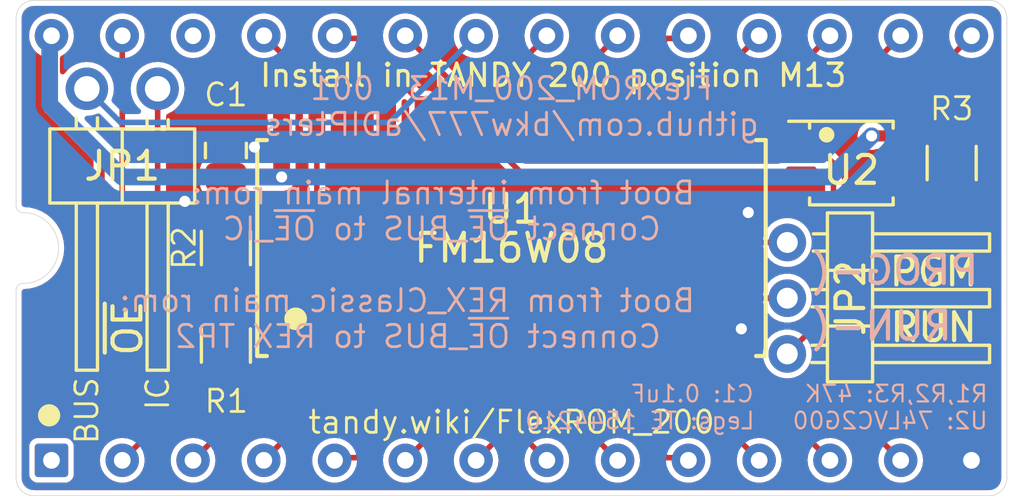
<source format=kicad_pcb>
(kicad_pcb (version 20211014) (generator pcbnew)
  (title_block (title "FlexROM_200_M13") (date "2022-11-15") (rev "001") (company "Brian K. White - b.kenyon.w@gmail.com") (comment 2 "github.com/bkw777/aDIPters"))
  (layers (0 "F.Cu" signal) (31 "B.Cu" signal) (34 "B.Paste" user) (35 "F.Paste" user) (36 "B.SilkS" user "B.Silkscreen") (37 "F.SilkS" user "F.Silkscreen") (38 "B.Mask" user) (39 "F.Mask" user) (44 "Edge.Cuts" user))
  (net 0 "")
  (net 1 "/D3")
  (net 2 "/A12")
  (net 3 "/D4")
  (net 4 "/A7")
  (net 5 "/D5")
  (net 6 "/A6")
  (net 7 "/D6")
  (net 8 "/A5")
  (net 9 "/D7")
  (net 10 "/A4")
  (net 11 "/A3")
  (net 12 "/A10")
  (net 13 "/A2")
  (net 14 "/~{OE}")
  (net 15 "/A1")
  (net 16 "/A11")
  (net 17 "/A0")
  (net 18 "/A9")
  (net 19 "/D0")
  (net 20 "/A8")
  (net 21 "/D1")
  (net 22 "/D2")
  (net 23 "/~{OE0}")
  (net 24 "/~{WE}")
  (net 25 "GND")
  (net 26 "VCC")
  (net 27 "/~{OE0}_bus")
  (net 28 "/OE1")
  (net 29 "/~{CS}")
  (net 30 "Net-(U2-Pad6)")
  (net 33 "/OE1{slash}~{WE}")
  (footprint "000_LOCAL:DIP28_0.6_pcb" (layer "F.Cu") (at 127 101.6 90)
    (fp_text reference "J1" hide)
    (fp_text value "HN61364_TANDY_200_M13")
    (fp_line (start -8.255 -17.78) (end -1.524 -17.78) (layer "Edge.Cuts") (width 0.0254))
    (fp_line (start 8.89 17.145) (end 8.89 -17.145) (layer "Edge.Cuts") (width 0.0254))
    (fp_line (start 1.524 -17.78) (end 8.255 -17.78) (layer "Edge.Cuts") (width 0.0254))
    (fp_line (start -8.255 17.78) (end 8.255 17.78) (layer "Edge.Cuts") (width 0.0254))
    (fp_line (start -8.89 -17.145) (end -8.89 17.145) (layer "Edge.Cuts") (width 0.0254))
    (fp_arc (start 1.27 -17.526) (mid 1.344395 -17.705605) (end 1.524 -17.78) (layer "Edge.Cuts") (width 0.0254))
    (fp_arc (start 8.89 17.145) (mid 8.704013 17.594013) (end 8.255 17.78) (layer "Edge.Cuts") (width 0.0254))
    (fp_arc (start -8.89 -17.145) (mid -8.704013 -17.594013) (end -8.255 -17.78) (layer "Edge.Cuts") (width 0.0254))
    (fp_arc (start -8.255 17.78) (mid -8.704013 17.594013) (end -8.89 17.145) (layer "Edge.Cuts") (width 0.0254))
    (fp_arc (start -1.524 -17.78) (mid -1.344395 -17.705605) (end -1.27 -17.526) (layer "Edge.Cuts") (width 0.0254))
    (fp_arc (start 1.27 -17.526) (mid 0 -16.256) (end -1.27 -17.526) (layer "Edge.Cuts") (width 0.0254))
    (fp_arc (start 8.255 -17.78) (mid 8.704013 -17.594013) (end 8.89 -17.145) (layer "Edge.Cuts") (width 0.0254))
    (pad "1" thru_hole roundrect (at -7.62 -16.51 90) (size 1.2 1.2) (drill 0.6) (layers *.Cu *.Mask) (roundrect_rratio 0.1))
    (pad "2" thru_hole circle (at -7.62 -13.97 90) (size 1.2 1.2) (drill 0.6) (layers *.Cu *.Mask) (net 2 "/A12"))
    (pad "3" thru_hole circle (at -7.62 -11.43 90) (size 1.2 1.2) (drill 0.6) (layers *.Cu *.Mask) (net 4 "/A7"))
    (pad "4" thru_hole circle (at -7.62 -8.89 90) (size 1.2 1.2) (drill 0.6) (layers *.Cu *.Mask) (net 6 "/A6"))
    (pad "5" thru_hole circle (at -7.62 -6.35 90) (size 1.2 1.2) (drill 0.6) (layers *.Cu *.Mask) (net 8 "/A5"))
    (pad "6" thru_hole circle (at -7.62 -3.81 90) (size 1.2 1.2) (drill 0.6) (layers *.Cu *.Mask) (net 10 "/A4"))
    (pad "7" thru_hole circle (at -7.62 -1.27 90) (size 1.2 1.2) (drill 0.6) (layers *.Cu *.Mask) (net 11 "/A3"))
    (pad "8" thru_hole circle (at -7.62 1.27 90) (size 1.2 1.2) (drill 0.6) (layers *.Cu *.Mask) (net 13 "/A2"))
    (pad "9" thru_hole circle (at -7.62 3.81 90) (size 1.2 1.2) (drill 0.6) (layers *.Cu *.Mask) (net 15 "/A1"))
    (pad "10" thru_hole circle (at -7.62 6.35 90) (size 1.2 1.2) (drill 0.6) (layers *.Cu *.Mask) (net 17 "/A0"))
    (pad "11" thru_hole circle (at -7.62 8.89 90) (size 1.2 1.2) (drill 0.6) (layers *.Cu *.Mask) (net 19 "/D0"))
    (pad "12" thru_hole circle (at -7.62 11.43 90) (size 1.2 1.2) (drill 0.6) (layers *.Cu *.Mask) (net 21 "/D1"))
    (pad "13" thru_hole circle (at -7.62 13.97 90) (size 1.2 1.2) (drill 0.6) (layers *.Cu *.Mask) (net 22 "/D2"))
    (pad "14" thru_hole circle (at -7.62 16.51 90) (size 1.2 1.2) (drill 0.6) (layers *.Cu *.Mask) (net 25 "GND"))
    (pad "15" thru_hole circle (at 7.62 16.51 90) (size 1.2 1.2) (drill 0.6) (layers *.Cu *.Mask) (net 1 "/D3"))
    (pad "16" thru_hole circle (at 7.62 13.97 90) (size 1.2 1.2) (drill 0.6) (layers *.Cu *.Mask) (net 3 "/D4"))
    (pad "17" thru_hole circle (at 7.62 11.43 90) (size 1.2 1.2) (drill 0.6) (layers *.Cu *.Mask) (net 5 "/D5"))
    (pad "18" thru_hole circle (at 7.62 8.89 90) (size 1.2 1.2) (drill 0.6) (layers *.Cu *.Mask) (net 7 "/D6"))
    (pad "19" thru_hole circle (at 7.62 6.35 90) (size 1.2 1.2) (drill 0.6) (layers *.Cu *.Mask) (net 9 "/D7"))
    (pad "20" thru_hole circle (at 7.62 3.81 90) (size 1.2 1.2) (drill 0.6) (layers *.Cu *.Mask) (net 29 "/~{CS}"))
    (pad "21" thru_hole circle (at 7.62 1.27 90) (size 1.2 1.2) (drill 0.6) (layers *.Cu *.Mask) (net 12 "/A10"))
    (pad "22" thru_hole circle (at 7.62 -1.27 90) (size 1.2 1.2) (drill 0.6) (layers *.Cu *.Mask) (net 27 "/~{OE0}_bus"))
    (pad "23" thru_hole circle (at 7.62 -3.81 90) (size 1.2 1.2) (drill 0.6) (layers *.Cu *.Mask) (net 16 "/A11"))
    (pad "24" thru_hole circle (at 7.62 -6.35 90) (size 1.2 1.2) (drill 0.6) (layers *.Cu *.Mask) (net 18 "/A9"))
    (pad "25" thru_hole circle (at 7.62 -8.89 90) (size 1.2 1.2) (drill 0.6) (layers *.Cu *.Mask) (net 20 "/A8"))
    (pad "26" thru_hole circle (at 7.62 -11.43 90) (size 1.2 1.2) (drill 0.6) (layers *.Cu *.Mask))
    (pad "27" thru_hole circle (at 7.62 -13.97 90) (size 1.2 1.2) (drill 0.6) (layers *.Cu *.Mask) (net 33 "/OE1{slash}~{WE}"))
    (pad "28" thru_hole circle (at 7.62 -16.51 90) (size 1.2 1.2) (drill 0.6) (layers *.Cu *.Mask) (net 26 "VCC"))
  )
  (footprint "000_LOCAL:R_0805" (layer "F.Cu") (at 116.75 105.1 -90)
    (fp_text reference "R1" (at 2 -0.015 unlocked) (layer "F.SilkS") (effects (font (size 0.8 0.8) (thickness 0.1))))
    (fp_text value "47K")
    (fp_line (start 0.6 0.88) (end -0.6 0.88) (layer "F.SilkS") (width 0.12))
    (fp_line (start -0.6 -0.88) (end 0.6 -0.88) (layer "F.SilkS") (width 0.12))
    (pad "1" smd roundrect locked (at -0.95 0 270) (size 0.7 1.3) (layers "F.Cu" "F.Paste" "F.Mask") (roundrect_rratio 0.1) (net 23 "/~{OE0}"))
    (pad "2" smd roundrect locked (at 0.95 0 270) (size 0.7 1.3) (layers "F.Cu" "F.Paste" "F.Mask") (roundrect_rratio 0.1) (net 26 "VCC"))
  )
  (footprint "000_LOCAL:R_0805" (layer "F.Cu") (at 116.75 101.6 -90)
    (fp_text reference "R2" (at 0 1.5 90 unlocked) (layer "F.SilkS") (effects (font (size 0.8 0.8) (thickness 0.1))))
    (fp_text value "47K" hide)
    (fp_line (start 0.6 0.88) (end -0.6 0.88) (layer "F.SilkS") (width 0.12))
    (fp_line (start -0.6 -0.88) (end 0.6 -0.88) (layer "F.SilkS") (width 0.12))
    (pad "1" smd roundrect locked (at -0.95 0 270) (size 0.7 1.3) (layers "F.Cu" "F.Paste" "F.Mask") (roundrect_rratio 0.1) (net 26 "VCC"))
    (pad "2" smd roundrect locked (at 0.95 0 270) (size 0.7 1.3) (layers "F.Cu" "F.Paste" "F.Mask") (roundrect_rratio 0.1) (net 24 "/~{WE}"))
  )
  (footprint "000_LOCAL:SOIC28W" (layer "F.Cu") (at 127 101.6 90)
    (fp_text reference "U1" (at 1.4 0) (layer "F.SilkS"))
    (fp_text value "FM16W08" (at -0.0003 -0.0002) (layer "F.SilkS"))
    (fp_line (start 3.875 9.125) (end 3.875 8.78) (layer "F.SilkS") (width 0.15))
    (fp_line (start -3.875 -9.125) (end 3.875 -9.125) (layer "F.SilkS") (width 0.15))
    (fp_line (start -3.875 9.125) (end 3.875 9.125) (layer "F.SilkS") (width 0.15))
    (fp_line (start -3.875 9.125) (end -3.875 8.78) (layer "F.SilkS") (width 0.15))
    (fp_line (start -3.875 -9.125) (end -3.875 -8.78) (layer "F.SilkS") (width 0.15))
    (fp_line (start 3.875 -9.125) (end 3.875 -8.78) (layer "F.SilkS") (width 0.15))
    (fp_circle (center -2.54 -7.747) (end -2.3368 -7.747) (layer "F.SilkS") (width 0.4064) (fill none))
    (pad "1" smd roundrect locked (at -4.7 -8.255 90) (size 1.5 0.6) (layers "F.Cu" "F.Paste" "F.Mask") (net 25 "GND"))
    (pad "2" smd roundrect locked (at -4.7 -6.985 90) (size 1.5 0.6) (layers "F.Cu" "F.Paste" "F.Mask") (net 2 "/A12"))
    (pad "3" smd roundrect locked (at -4.7 -5.715 90) (size 1.5 0.6) (layers "F.Cu" "F.Paste" "F.Mask") (net 4 "/A7"))
    (pad "4" smd roundrect locked (at -4.7 -4.445 90) (size 1.5 0.6) (layers "F.Cu" "F.Paste" "F.Mask") (net 6 "/A6"))
    (pad "5" smd roundrect locked (at -4.7 -3.175 90) (size 1.5 0.6) (layers "F.Cu" "F.Paste" "F.Mask") (net 8 "/A5"))
    (pad "6" smd roundrect locked (at -4.7 -1.905 90) (size 1.5 0.6) (layers "F.Cu" "F.Paste" "F.Mask") (net 10 "/A4"))
    (pad "7" smd roundrect locked (at -4.7 -0.635 90) (size 1.5 0.6) (layers "F.Cu" "F.Paste" "F.Mask") (net 11 "/A3"))
    (pad "8" smd roundrect locked (at -4.7 0.635 90) (size 1.5 0.6) (layers "F.Cu" "F.Paste" "F.Mask") (net 13 "/A2"))
    (pad "9" smd roundrect locked (at -4.7 1.905 90) (size 1.5 0.6) (layers "F.Cu" "F.Paste" "F.Mask") (net 15 "/A1"))
    (pad "10" smd roundrect locked (at -4.7 3.175 90) (size 1.5 0.6) (layers "F.Cu" "F.Paste" "F.Mask") (net 17 "/A0"))
    (pad "11" smd roundrect locked (at -4.7 4.445 90) (size 1.5 0.6) (layers "F.Cu" "F.Paste" "F.Mask") (net 19 "/D0"))
    (pad "12" smd roundrect locked (at -4.7 5.715 90) (size 1.5 0.6) (layers "F.Cu" "F.Paste" "F.Mask") (net 21 "/D1"))
    (pad "13" smd roundrect locked (at -4.7 6.985 90) (size 1.5 0.6) (layers "F.Cu" "F.Paste" "F.Mask") (net 22 "/D2"))
    (pad "14" smd roundrect locked (at -4.7 8.255 90) (size 1.5 0.6) (layers "F.Cu" "F.Paste" "F.Mask") (net 25 "GND"))
    (pad "15" smd roundrect locked (at 4.7 8.255 90) (size 1.5 0.6) (layers "F.Cu" "F.Paste" "F.Mask") (net 1 "/D3"))
    (pad "16" smd roundrect locked (at 4.7 6.985 90) (size 1.5 0.6) (layers "F.Cu" "F.Paste" "F.Mask") (net 3 "/D4"))
    (pad "17" smd roundrect locked (at 4.7 5.715 90) (size 1.5 0.6) (layers "F.Cu" "F.Paste" "F.Mask") (net 5 "/D5"))
    (pad "18" smd roundrect locked (at 4.7 4.445 90) (size 1.5 0.6) (layers "F.Cu" "F.Paste" "F.Mask") (net 7 "/D6"))
    (pad "19" smd roundrect locked (at 4.7 3.175 90) (size 1.5 0.6) (layers "F.Cu" "F.Paste" "F.Mask") (net 9 "/D7"))
    (pad "20" smd roundrect locked (at 4.7 1.905 90) (size 1.5 0.6) (layers "F.Cu" "F.Paste" "F.Mask") (net 29 "/~{CS}"))
    (pad "21" smd roundrect locked (at 4.7 0.635 90) (size 1.5 0.6) (layers "F.Cu" "F.Paste" "F.Mask") (net 12 "/A10"))
    (pad "22" smd roundrect locked (at 4.7 -0.635 90) (size 1.5 0.6) (layers "F.Cu" "F.Paste" "F.Mask") (net 14 "/~{OE}"))
    (pad "23" smd roundrect locked (at 4.7 -1.905 90) (size 1.5 0.6) (layers "F.Cu" "F.Paste" "F.Mask") (net 16 "/A11"))
    (pad "24" smd roundrect locked (at 4.7 -3.175 90) (size 1.5 0.6) (layers "F.Cu" "F.Paste" "F.Mask") (net 18 "/A9"))
    (pad "25" smd roundrect locked (at 4.7 -4.445 90) (size 1.5 0.6) (layers "F.Cu" "F.Paste" "F.Mask") (net 20 "/A8"))
    (pad "26" smd roundrect locked (at 4.7 -5.715 90) (size 1.5 0.6) (layers "F.Cu" "F.Paste" "F.Mask") (net 25 "GND"))
    (pad "27" smd roundrect locked (at 4.7 -6.985 90) (size 1.5 0.6) (layers "F.Cu" "F.Paste" "F.Mask") (net 24 "/~{WE}"))
    (pad "28" smd roundrect locked (at 4.7 -8.255 90) (size 1.5 0.6) (layers "F.Cu" "F.Paste" "F.Mask") (net 26 "VCC"))
  )
  (footprint "000_LOCAL:R_0805" (layer "F.Cu") (at 142.8 98.55 90)
    (fp_text reference "R3" (at 1.95 0) (layer "F.SilkS") (effects (font (size 0.8 0.8) (thickness 0.1))))
    (fp_text value "47K")
    (fp_line (start -0.6 -0.88) (end 0.6 -0.88) (layer "F.SilkS") (width 0.12))
    (fp_line (start 0.6 0.88) (end -0.6 0.88) (layer "F.SilkS") (width 0.12))
    (pad "1" smd roundrect locked (at -0.95 0 90) (size 0.7 1.3) (layers "F.Cu" "F.Paste" "F.Mask") (roundrect_rratio 0.1) (net 28 "/OE1"))
    (pad "2" smd roundrect locked (at 0.95 0 90) (size 0.7 1.3) (layers "F.Cu" "F.Paste" "F.Mask") (roundrect_rratio 0.1) (net 26 "VCC"))
  )
  (footprint "000_LOCAL:SSOP-8_2.95x2.8x0.65" (layer "F.Cu") (at 139.2 98.55)
    (fp_text reference "U2" (at 0 0.254) (layer "F.SilkS"))
    (fp_text value "74LVC2G00")
    (fp_line (start -1.5 -1.25) (end -1.5 -1.5) (layer "F.SilkS") (width 0.12))
    (fp_line (start 1.5 -1.5) (end -2.25 -1.5) (layer "F.SilkS") (width 0.12))
    (fp_line (start 1.5 1.5) (end -1.5 1.5) (layer "F.SilkS") (width 0.12))
    (fp_line (start 1.5 -1.25) (end 1.5 -1.5) (layer "F.SilkS") (width 0.12))
    (fp_line (start 1.5 1.5) (end 1.5 1.25) (layer "F.SilkS") (width 0.12))
    (fp_line (start -1.5 1.5) (end -1.5 1.25) (layer "F.SilkS") (width 0.12))
    (fp_circle (center -0.889 -1.016) (end -0.709395 -1.016) (layer "F.SilkS") (width 0.2) (fill solid))
    (pad "1" smd roundrect (at -1.8 -0.975 270) (size 0.4 1.1) (layers "F.Cu" "F.Paste" "F.Mask") (net 23 "/~{OE0}"))
    (pad "2" smd roundrect (at -1.8 -0.325 270) (size 0.4 1.1) (layers "F.Cu" "F.Paste" "F.Mask") (net 23 "/~{OE0}"))
    (pad "3" smd roundrect (at -1.8 0.325 270) (size 0.4 1.1) (layers "F.Cu" "F.Paste" "F.Mask") (net 14 "/~{OE}"))
    (pad "4" smd roundrect (at -1.8 0.975 270) (size 0.4 1.1) (layers "F.Cu" "F.Paste" "F.Mask") (net 25 "GND"))
    (pad "5" smd roundrect (at 1.8 0.975 270) (size 0.4 1.1) (layers "F.Cu" "F.Paste" "F.Mask") (net 28 "/OE1"))
    (pad "6" smd roundrect (at 1.8 0.325 270) (size 0.4 1.1) (layers "F.Cu" "F.Paste" "F.Mask") (net 30 "Net-(U2-Pad6)"))
    (pad "7" smd roundrect (at 1.8 -0.325 270) (size 0.4 1.1) (layers "F.Cu" "F.Paste" "F.Mask") (net 30 "Net-(U2-Pad6)"))
    (pad "8" smd roundrect (at 1.8 -0.975 270) (size 0.4 1.1) (layers "F.Cu" "F.Paste" "F.Mask") (net 26 "VCC"))
  )
  (footprint "000_LOCAL:C_0805" (layer "F.Cu") (at 116.75 98.1 90)
    (fp_text reference "C1" (at 2 0) (layer "F.SilkS") (effects (font (size 0.8 0.8) (thickness 0.1))))
    (fp_text value "0.1uF")
    (fp_line (start -0.261252 0.735) (end 0.261252 0.735) (layer "F.SilkS") (width 0.12))
    (fp_line (start -0.261252 -0.735) (end 0.261252 -0.735) (layer "F.SilkS") (width 0.12))
    (pad "1" smd roundrect (at -0.95 0 90) (size 1 1.45) (layers "F.Cu" "F.Paste" "F.Mask") (net 26 "VCC"))
    (pad "2" smd roundrect (at 0.95 0 90) (size 1 1.45) (layers "F.Cu" "F.Paste" "F.Mask") (net 25 "GND"))
  )
  (footprint "000_LOCAL:Pin_Header_Angled_1x02_Pitch2.54mm" (layer "F.Cu") (at 114.3 95.885 -90)
    (fp_text reference "JP1" (at 2.77 1.27) (layer "F.SilkS"))
    (fp_text value "Jumper_2_bridged")
    (fp_line (start 1.44 3.87) (end 4.1 3.87) (layer "F.SilkS") (width 0.12))
    (fp_line (start 4.1 -1.33) (end 1.44 -1.33) (layer "F.SilkS") (width 0.12))
    (fp_line (start 4.1 3.87) (end 4.1 -1.33) (layer "F.SilkS") (width 0.12))
    (fp_line (start 10.1 2.92) (end 4.1 2.92) (layer "F.SilkS") (width 0.12))
    (fp_line (start 10.1 -0.38) (end 10.1 0.38) (layer "F.SilkS") (width 0.12))
    (fp_line (start 1.11 0.38) (end 1.44 0.38) (layer "F.SilkS") (width 0.12))
    (fp_line (start 10.1 2.16) (end 10.1 2.92) (layer "F.SilkS") (width 0.12))
    (fp_line (start 1.042929 2.16) (end 1.44 2.16) (layer "F.SilkS") (width 0.12))
    (fp_line (start 1.11 -0.38) (end 1.44 -0.38) (layer "F.SilkS") (width 0.12))
    (fp_line (start 1.44 -1.33) (end 1.44 3.87) (layer "F.SilkS") (width 0.12))
    (fp_line (start 4.1 2.16) (end 10.1 2.16) (layer "F.SilkS") (width 0.12))
    (fp_line (start 4.1 -0.38) (end 10.1 -0.38) (layer "F.SilkS") (width 0.12))
    (fp_line (start 10.1 0.38) (end 4.1 0.38) (layer "F.SilkS") (width 0.12))
    (fp_line (start 1.44 1.27) (end 4.1 1.27) (layer "F.SilkS") (width 0.12))
    (fp_line (start 1.042929 2.92) (end 1.44 2.92) (layer "F.SilkS") (width 0.12))
    (pad "1" thru_hole circle locked (at 0 0 270) (size 1.524 1.524) (drill 0.9144) (layers *.Cu *.Mask) (net 23 "/~{OE0}"))
    (pad "2" thru_hole circle locked (at 0 2.54 270) (size 1.524 1.524) (drill 0.9144) (layers *.Cu *.Mask) (net 27 "/~{OE0}_bus"))
  )
  (footprint "000_LOCAL:PinHeader_1x03_P2.00mm_Horizontal" (layer "F.Cu") (at 136.9 101.4)
    (fp_text reference "JP2" (at 2.272 1.995 90) (layer "F.SilkS"))
    (fp_text value "Jumper_3_Bridged23" hide)
    (fp_line (start 0.882114 3.69) (end 1.44 3.69) (layer "F.SilkS") (width 0.12))
    (fp_line (start 0.935 -0.31) (end 1.44 -0.31) (layer "F.SilkS") (width 0.12))
    (fp_line (start 0.882114 4.31) (end 1.44 4.31) (layer "F.SilkS") (width 0.12))
    (fp_line (start 7.26 0.31) (end 3.06 0.31) (layer "F.SilkS") (width 0.12))
    (fp_line (start 3.06 5) (end 3.06 -1.06) (layer "F.SilkS") (width 0.12))
    (fp_line (start 7.26 1.69) (end 7.26 2.31) (layer "F.SilkS") (width 0.12))
    (fp_line (start 0.882114 1.69) (end 1.44 1.69) (layer "F.SilkS") (width 0.12))
    (fp_line (start 1.44 -1.06) (end 1.44 5) (layer "F.SilkS") (width 0.12))
    (fp_line (start 3.06 -1.06) (end 1.44 -1.06) (layer "F.SilkS") (width 0.12))
    (fp_line (start 3.06 -0.31) (end 7.26 -0.31) (layer "F.SilkS") (width 0.12))
    (fp_line (start 1.44 5) (end 3.06 5) (layer "F.SilkS") (width 0.12))
    (fp_line (start 7.26 4.31) (end 3.06 4.31) (layer "F.SilkS") (width 0.12))
    (fp_line (start 3.06 3.69) (end 7.26 3.69) (layer "F.SilkS") (width 0.12))
    (fp_line (start 0.882114 2.31) (end 1.44 2.31) (layer "F.SilkS") (width 0.12))
    (fp_line (start 7.26 2.31) (end 3.06 2.31) (layer "F.SilkS") (width 0.12))
    (fp_line (start 7.26 3.69) (end 7.26 4.31) (layer "F.SilkS") (width 0.12))
    (fp_line (start 1.44 1) (end 3.06 1) (layer "F.SilkS") (width 0.12))
    (fp_line (start 1.44 3) (end 3.06 3) (layer "F.SilkS") (width 0.12))
    (fp_line (start 3.06 1.69) (end 7.26 1.69) (layer "F.SilkS") (width 0.12))
    (fp_line (start 7.26 -0.31) (end 7.26 0.31) (layer "F.SilkS") (width 0.12))
    (fp_line (start 0.935 0.31) (end 1.44 0.31) (layer "F.SilkS") (width 0.12))
    (pad "1" thru_hole circle (at 0 0) (size 1.35 1.35) (drill 0.75) (layers *.Cu *.Mask) (net 24 "/~{WE}"))
    (pad "2" thru_hole circle (at 0 2) (size 1.35 1.35) (drill 0.75) (layers *.Cu *.Mask) (net 33 "/OE1{slash}~{WE}"))
    (pad "3" thru_hole circle (at 0 4) (size 1.35 1.35) (drill 0.75) (layers *.Cu *.Mask) (net 28 "/OE1"))
  )
  (gr_circle (center 110.405 107.605) (end 110.405 107.405) (layer "F.SilkS") (width 0.4) (fill none))
  (gr_text "R1,R2,R3: ${00000000-0000-0000-0000-00005f9fca43:VALUE}    C1: ${9745923e-b3f3-4f78-9da8-cbeee6cd8cf3:VALUE}\nU2: ${7d0efb14-35d7-40aa-96f5-408b9024bd0a:VALUE}   Legs: TE 1544210" (at 144.145 107.315) (layer "B.SilkS") (effects (font (size 0.6 0.6) (thickness 0.08)) (justify left mirror)))
  (gr_text "PROG-(" (at 137.7 102.4) (layer "B.SilkS") (effects (font (size 1 1)) (justify right mirror)))
  (gr_text "${TITLE}  ${REVISION}\n${COMMENT2}" (at 127 96.52) (layer "B.SilkS") (effects (font (size 0.8 0.8) (thickness 0.1)) (justify mirror)))
  (gr_text "RUN-(" (at 137.7 104.4) (layer "B.SilkS") (effects (font (size 1 1)) (justify right mirror)))
  (gr_text "Boot from internal main rom:\n  Connect ~{OE}_BUS to ~{OE}_IC\n\nBoot from REX_Classic main rom:\n  Connect ~{OE}_BUS to REX TP2" (at 133.65 102.2) (layer "B.SilkS") (effects (font (size 0.8 0.8) (thickness 0.1)) (justify left mirror)))
  (gr_text "tandy.wiki/FlexROM_200" (at 127 107.85) (layer "F.SilkS") (effects (font (size 0.8 0.8) (thickness 0.1))))
  (gr_text "~{OE}" (at 113.225 104.475 90) (layer "F.SilkS") (effects (font (size 1 1))))
  (gr_text "Install in TANDY 200 position M13" (at 128.5 95.4) (layer "F.SilkS") (effects (font (size 0.8 0.8) (thickness 0.12))))
  (gr_text "BUS" (at 111.76 106.172 90) (layer "F.SilkS") (effects (font (size 0.8 0.8) (thickness 0.1)) (justify right)))
  (gr_text "PGM" (at 142.15 102.45) (layer "F.SilkS") (effects (font (size 1 1))))
  (gr_text "IC" (at 114.3 106.172 90) (layer "F.SilkS") (effects (font (size 0.8 0.8) (thickness 0.1)) (justify right)))
  (gr_text "RUN" (at 142.15 104.45) (layer "F.SilkS") (effects (font (size 1 1))))
  (segment (start 143.515 93.985) (end 141.2086 96.2914) (width 0.2) (layer "F.Cu") (net 1))
  (segment (start 135.26 96.2914) (end 135.26 96.905) (width 0.2) (layer "F.Cu") (net 1))
  (segment (start 141.2086 96.2914) (end 135.26 96.2914) (width 0.2) (layer "F.Cu") (net 1))
  (segment (start 120.015 106.3) (end 120.015 106.7435) (width 0.2) (layer "F.Cu") (net 2))
  (segment (start 120.015 106.7435) (end 119.38 107.3785) (width 0.2) (layer "F.Cu") (net 2))
  (segment (start 119.38 107.3785) (end 114.8715 107.3785) (width 0.2) (layer "F.Cu") (net 2))
  (segment (start 114.8715 107.3785) (end 113.03 109.22) (width 0.2) (layer "F.Cu") (net 2))
  (segment (start 134.62 95.8215) (end 139.1385 95.8215) (width 0.2) (layer "F.Cu") (net 3))
  (segment (start 133.99 96.4515) (end 134.62 95.8215) (width 0.2) (layer "F.Cu") (net 3))
  (segment (start 139.1385 95.8215) (end 140.975 93.985) (width 0.2) (layer "F.Cu") (net 3))
  (segment (start 133.99 96.905) (end 133.99 96.4515) (width 0.2) (layer "F.Cu") (net 3))
  (segment (start 116.967 107.823) (end 115.57 109.22) (width 0.2) (layer "F.Cu") (net 4))
  (segment (start 121.285 106.7435) (end 120.2055 107.823) (width 0.2) (layer "F.Cu") (net 4))
  (segment (start 121.285 106.3) (end 121.285 106.7435) (width 0.2) (layer "F.Cu") (net 4))
  (segment (start 120.2055 107.823) (end 116.967 107.823) (width 0.2) (layer "F.Cu") (net 4))
  (segment (start 132.715 96.4565) (end 133.7945 95.377) (width 0.2) (layer "F.Cu") (net 5))
  (segment (start 137.033 95.377) (end 138.43 93.98) (width 0.2) (layer "F.Cu") (net 5))
  (segment (start 132.715 96.9) (end 132.715 96.4565) (width 0.2) (layer "F.Cu") (net 5))
  (segment (start 133.7945 95.377) (end 137.033 95.377) (width 0.2) (layer "F.Cu") (net 5))
  (segment (start 121.031 108.2675) (end 119.0625 108.2675) (width 0.2) (layer "F.Cu") (net 6))
  (segment (start 122.555 106.7435) (end 121.031 108.2675) (width 0.2) (layer "F.Cu") (net 6))
  (segment (start 122.555 106.3) (end 122.555 106.7435) (width 0.2) (layer "F.Cu") (net 6))
  (segment (start 119.0625 108.2675) (end 118.11 109.22) (width 0.2) (layer "F.Cu") (net 6))
  (segment (start 132.969 94.9325) (end 131.45 96.4515) (width 0.2) (layer "F.Cu") (net 7))
  (segment (start 135.89 93.98) (end 134.9375 94.9325) (width 0.2) (layer "F.Cu") (net 7))
  (segment (start 131.45 96.4515) (end 131.45 96.905) (width 0.2) (layer "F.Cu") (net 7))
  (segment (start 134.9375 94.9325) (end 132.969 94.9325) (width 0.2) (layer "F.Cu") (net 7))
  (segment (start 120.65 109.22) (end 120.745 109.125) (width 0.2) (layer "F.Cu") (net 8))
  (segment (start 121.4435 109.125) (end 123.83 106.7385) (width 0.2) (layer "F.Cu") (net 8))
  (segment (start 123.83 106.7385) (end 123.83 106.305) (width 0.2) (layer "F.Cu") (net 8))
  (segment (start 120.745 109.125) (end 121.4435 109.125) (width 0.2) (layer "F.Cu") (net 8))
  (segment (start 132.5692 94.075) (end 133.255 94.075) (width 0.2) (layer "F.Cu") (net 9))
  (segment (start 130.175 96.4692) (end 132.5692 94.075) (width 0.2) (layer "F.Cu") (net 9))
  (segment (start 130.175 96.9) (end 130.175 96.4692) (width 0.2) (layer "F.Cu") (net 9))
  (segment (start 133.255 94.075) (end 133.35 93.98) (width 0.2) (layer "F.Cu") (net 9))
  (segment (start 125.095 107.315) (end 125.095 106.3) (width 0.2) (layer "F.Cu") (net 10))
  (segment (start 123.19 109.22) (end 125.095 107.315) (width 0.2) (layer "F.Cu") (net 10))
  (segment (start 126.365 108.585) (end 126.365 106.3) (width 0.2) (layer "F.Cu") (net 11))
  (segment (start 125.73 109.22) (end 126.365 108.585) (width 0.2) (layer "F.Cu") (net 11))
  (segment (start 127.64 94.62) (end 128.275 93.985) (width 0.2) (layer "F.Cu") (net 12))
  (segment (start 127.64 96.905) (end 127.64 94.62) (width 0.2) (layer "F.Cu") (net 12))
  (segment (start 127.64 106.305) (end 127.64 108.59) (width 0.2) (layer "F.Cu") (net 13))
  (segment (start 127.64 108.59) (end 128.275 109.225) (width 0.2) (layer "F.Cu") (net 13))
  (segment (start 127.325 98.875) (end 126.365 97.915) (width 0.2) (layer "F.Cu") (net 14))
  (segment (start 126.365 97.915) (end 126.365 96.9) (width 0.2) (layer "F.Cu") (net 14))
  (segment (start 137.4 98.875) (end 127.325 98.875) (width 0.2) (layer "F.Cu") (net 14))
  (segment (start 128.905 106.3) (end 128.905 107.315) (width 0.2) (layer "F.Cu") (net 15))
  (segment (start 128.905 107.315) (end 130.815 109.225) (width 0.2) (layer "F.Cu") (net 15))
  (segment (start 125.1 96.905) (end 125.1 95.89) (width 0.2) (layer "F.Cu") (net 16))
  (segment (start 125.1 95.89) (end 123.195 93.985) (width 0.2) (layer "F.Cu") (net 16))
  (segment (start 133.255 109.125) (end 133.35 109.22) (width 0.2) (layer "F.Cu") (net 17))
  (segment (start 130.18 106.305) (end 130.18 106.7485) (width 0.2) (layer "F.Cu") (net 17))
  (segment (start 130.18 106.7485) (end 132.5565 109.125) (width 0.2) (layer "F.Cu") (net 17))
  (segment (start 132.5565 109.125) (end 133.255 109.125) (width 0.2) (layer "F.Cu") (net 17))
  (segment (start 123.825 96.4565) (end 123.825 96.9) (width 0.2) (layer "F.Cu") (net 18))
  (segment (start 120.655 93.985) (end 120.745 94.075) (width 0.2) (layer "F.Cu") (net 18))
  (segment (start 120.745 94.075) (end 121.4435 94.075) (width 0.2) (layer "F.Cu") (net 18))
  (segment (start 121.4435 94.075) (end 123.825 96.4565) (width 0.2) (layer "F.Cu") (net 18))
  (segment (start 134.9375 108.2675) (end 135.895 109.225) (width 0.2) (layer "F.Cu") (net 19))
  (segment (start 131.445 106.3) (end 131.445 106.745) (width 0.2) (layer "F.Cu") (net 19))
  (segment (start 132.9675 108.2675) (end 134.9375 108.2675) (width 0.2) (layer "F.Cu") (net 19))
  (segment (start 131.445 106.745) (end 132.9675 108.2675) (width 0.2) (layer "F.Cu") (net 19))
  (segment (start 122.56 96.905) (end 122.56 96.4615) (width 0.2) (layer "F.Cu") (net 20))
  (segment (start 119.253 95.123) (end 118.115 93.985) (width 0.2) (layer "F.Cu") (net 20))
  (segment (start 121.2215 95.123) (end 119.253 95.123) (width 0.2) (layer "F.Cu") (net 20))
  (segment (start 122.56 96.4615) (end 121.2215 95.123) (width 0.2) (layer "F.Cu") (net 20))
  (segment (start 132.715 106.3) (end 132.715 106.7435) (width 0.2) (layer "F.Cu") (net 21))
  (segment (start 137.033 107.823) (end 138.43 109.22) (width 0.2) (layer "F.Cu") (net 21))
  (segment (start 132.715 106.7435) (end 133.7945 107.823) (width 0.2) (layer "F.Cu") (net 21))
  (segment (start 133.7945 107.823) (end 137.033 107.823) (width 0.2) (layer "F.Cu") (net 21))
  (segment (start 133.99 106.305) (end 133.99 106.7485) (width 0.2) (layer "F.Cu") (net 22))
  (segment (start 133.99 106.7485) (end 134.62 107.3785) (width 0.2) (layer "F.Cu") (net 22))
  (segment (start 139.1285 107.3785) (end 140.975 109.225) (width 0.2) (layer "F.Cu") (net 22))
  (segment (start 134.62 107.3785) (end 139.1285 107.3785) (width 0.2) (layer "F.Cu") (net 22))
  (segment (start 117.7 104.15) (end 119.45 102.4) (width 0.2) (layer "F.Cu") (net 23))
  (segment (start 137.4 98.225) (end 137.4 97.575) (width 0.2) (layer "F.Cu") (net 23))
  (segment (start 138.557 101.743) (end 138.557 98.557) (width 0.2) (layer "F.Cu") (net 23))
  (segment (start 119.45 102.4) (end 137.9 102.4) (width 0.2) (layer "F.Cu") (net 23))
  (segment (start 114.3 95.885) (end 114.3 102.65) (width 0.2) (layer "F.Cu") (net 23))
  (segment (start 138.557 98.557) (end 138.225 98.225) (width 0.2) (layer "F.Cu") (net 23))
  (segment (start 138.225 98.225) (end 137.4 98.225) (width 0.2) (layer "F.Cu") (net 23))
  (segment (start 114.3 102.65) (end 115.8 104.15) (width 0.2) (layer "F.Cu") (net 23))
  (segment (start 137.9 102.4) (end 138.557 101.743) (width 0.2) (layer "F.Cu") (net 23))
  (segment (start 115.8 104.15) (end 117.7 104.15) (width 0.2) (layer "F.Cu") (net 23))
  (segment (start 117.8 102.55) (end 116.675 102.55) (width 0.2) (layer "F.Cu") (net 24))
  (segment (start 136.9 101.4) (end 120.015 101.4) (width 0.2) (layer "F.Cu") (net 24))
  (segment (start 118.95 101.4) (end 117.8 102.55) (width 0.2) (layer "F.Cu") (net 24))
  (segment (start 120.015 101.4) (end 120.015 96.9) (width 0.2) (layer "F.Cu") (net 24))
  (segment (start 120.015 101.4) (end 118.95 101.4) (width 0.2) (layer "F.Cu") (net 24))
  (via (at 117.775 97.975) (size 0.6) (drill 0.4) (layers "F.Cu" "B.Cu") (net 25))
  (via (at 115.275 99.925) (size 0.6) (drill 0.4) (layers "F.Cu" "B.Cu") (net 25))
  (via (at 135.25 104.5) (size 0.6) (drill 0.4) (layers "F.Cu" "B.Cu") (net 25))
  (via (at 135.5 100.325) (size 0.6) (drill 0.4) (layers "F.Cu" "B.Cu") (net 25))
  (segment (start 142.775 97.575) (end 142.8 97.6) (width 0.2) (layer "F.Cu") (net 26))
  (segment (start 141 97.575) (end 142.775 97.575) (width 0.2) (layer "F.Cu") (net 26))
  (segment (start 118.75 99.05) (end 118.75 97.435) (width 0.6) (layer "F.Cu") (net 26))
  (segment (start 112.3 103.025) (end 112.3 98.33) (width 0.2) (layer "F.Cu") (net 26))
  (segment (start 110.49 96.52) (end 110.49 93.98) (width 0.2) (layer "F.Cu") (net 26))
  (segment (start 112.3 98.33) (end 110.49 96.52) (width 0.2) (layer "F.Cu") (net 26))
  (segment (start 118.75 99.05) (end 116.75 99.05) (width 0.6) (layer "F.Cu") (net 26))
  (segment (start 116.75 99.05) (end 116.75 100.65) (width 0.2) (layer "F.Cu") (net 26))
  (segment (start 118.745 97.43) (end 118.745 96.9) (width 0.6) (layer "F.Cu") (net 26))
  (segment (start 116.75 106.05) (end 115.325 106.05) (width 0.2) (layer "F.Cu") (net 26))
  (segment (start 118.75 97.435) (end 118.745 97.43) (width 0.6) (layer "F.Cu") (net 26))
  (segment (start 115.325 106.05) (end 112.3 103.025) (width 0.2) (layer "F.Cu") (net 26))
  (segment (start 139.925 97.575) (end 141 97.575) (width 0.4) (layer "F.Cu") (net 26))
  (via (at 118.75 99.05) (size 0.6) (drill 0.4) (layers "F.Cu" "B.Cu") (net 26))
  (via (at 139.925 97.575) (size 0.6) (drill 0.4) (layers "F.Cu" "B.Cu") (net 26))
  (segment (start 110.425 94.055) (end 110.495 93.985) (width 0.6) (layer "B.Cu") (net 26))
  (segment (start 118.75 99.05) (end 138.45 99.05) (width 0.6) (layer "B.Cu") (net 26))
  (segment (start 110.425 96.45) (end 110.425 94.055) (width 0.6) (layer "B.Cu") (net 26))
  (segment (start 118.75 99.05) (end 113.025 99.05) (width 0.6) (layer "B.Cu") (net 26))
  (segment (start 110.495 93.985) (end 110.49 93.98) (width 0.3) (layer "B.Cu") (net 26))
  (segment (start 113.025 99.05) (end 110.425 96.45) (width 0.6) (layer "B.Cu") (net 26))
  (segment (start 138.45 99.05) (end 139.925 97.575) (width 0.6) (layer "B.Cu") (net 26))
  (segment (start 111.76 95.885) (end 112.9665 97.0915) (width 0.2) (layer "B.Cu") (net 27))
  (segment (start 122.6185 97.0915) (end 125.73 93.98) (width 0.2) (layer "B.Cu") (net 27))
  (segment (start 112.9665 97.0915) (end 122.6185 97.0915) (width 0.2) (layer "B.Cu") (net 27))
  (segment (start 141 101.3) (end 141 99.525) (width 0.2) (layer "F.Cu") (net 28))
  (segment (start 142.775 99.525) (end 142.8 99.5) (width 0.2) (layer "F.Cu") (net 28))
  (segment (start 141 99.525) (end 142.775 99.525) (width 0.2) (layer "F.Cu") (net 28))
  (segment (start 136.9 105.4) (end 141 101.3) (width 0.2) (layer "F.Cu") (net 28))
  (segment (start 128.905 95.885) (end 130.81 93.98) (width 0.2) (layer "F.Cu") (net 29))
  (segment (start 128.905 96.9) (end 128.905 95.885) (width 0.2) (layer "F.Cu") (net 29))
  (segment (start 141 98.875) (end 141 98.225) (width 0.2) (layer "F.Cu") (net 30))
  (segment (start 113.03 102.58) (end 113.03 93.98) (width 0.2) (layer "F.Cu") (net 33))
  (segment (start 117.725 105.1) (end 115.55 105.1) (width 0.2) (layer "F.Cu") (net 33))
  (segment (start 119.425 103.4) (end 117.725 105.1) (width 0.2) (layer "F.Cu") (net 33))
  (segment (start 115.55 105.1) (end 113.03 102.58) (width 0.2) (layer "F.Cu") (net 33))
  (segment (start 136.9 103.4) (end 119.425 103.4) (width 0.2) (layer "F.Cu") (net 33))
  (zone (net 25) (net_name "GND") (layer "F.Cu") (connect_pads yes (clearance 0.2)) (min_thickness 0.2) (fill yes (thermal_gap 0.2) (thermal_bridge_width 0.3) (smoothing fillet) (radius 0.1))
    (polygon (pts (xy 144.78 92.71) (xy 144.78 110.49) (xy 109.22 110.49) (xy 109.22 92.71)))
  )
  (zone (net 25) (net_name "GND") (layer "B.Cu") (connect_pads yes (clearance 0.2)) (min_thickness 0.2) (fill yes (thermal_gap 0.2) (thermal_bridge_width 0.3) (smoothing fillet) (radius 0.1))
    (polygon (pts (xy 144.78 92.71) (xy 144.78 110.49) (xy 109.22 110.49) (xy 109.22 92.71)))
  )
)
</source>
